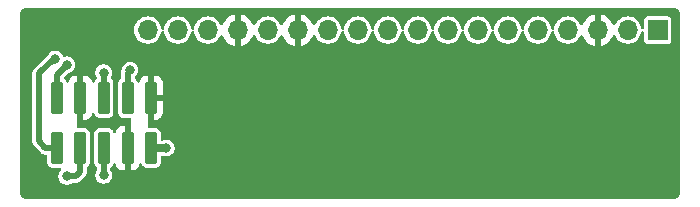
<source format=gtl>
%TF.GenerationSoftware,KiCad,Pcbnew,9.0.4-9.0.4-0~ubuntu24.04.1*%
%TF.CreationDate,2025-10-19T10:06:06-07:00*%
%TF.ProjectId,NX-ButtonInterface,4e582d42-7574-4746-9f6e-496e74657266,2*%
%TF.SameCoordinates,Original*%
%TF.FileFunction,Copper,L1,Top*%
%TF.FilePolarity,Positive*%
%FSLAX46Y46*%
G04 Gerber Fmt 4.6, Leading zero omitted, Abs format (unit mm)*
G04 Created by KiCad (PCBNEW 9.0.4-9.0.4-0~ubuntu24.04.1) date 2025-10-19 10:06:06*
%MOMM*%
%LPD*%
G01*
G04 APERTURE LIST*
G04 Aperture macros list*
%AMRoundRect*
0 Rectangle with rounded corners*
0 $1 Rounding radius*
0 $2 $3 $4 $5 $6 $7 $8 $9 X,Y pos of 4 corners*
0 Add a 4 corners polygon primitive as box body*
4,1,4,$2,$3,$4,$5,$6,$7,$8,$9,$2,$3,0*
0 Add four circle primitives for the rounded corners*
1,1,$1+$1,$2,$3*
1,1,$1+$1,$4,$5*
1,1,$1+$1,$6,$7*
1,1,$1+$1,$8,$9*
0 Add four rect primitives between the rounded corners*
20,1,$1+$1,$2,$3,$4,$5,0*
20,1,$1+$1,$4,$5,$6,$7,0*
20,1,$1+$1,$6,$7,$8,$9,0*
20,1,$1+$1,$8,$9,$2,$3,0*%
G04 Aperture macros list end*
%TA.AperFunction,ComponentPad*%
%ADD10R,1.700000X1.700000*%
%TD*%
%TA.AperFunction,ComponentPad*%
%ADD11O,1.700000X1.700000*%
%TD*%
%TA.AperFunction,SMDPad,CuDef*%
%ADD12RoundRect,0.150000X0.350000X1.225000X-0.350000X1.225000X-0.350000X-1.225000X0.350000X-1.225000X0*%
%TD*%
%TA.AperFunction,ViaPad*%
%ADD13C,0.800000*%
%TD*%
%TA.AperFunction,Conductor*%
%ADD14C,0.635000*%
%TD*%
%TA.AperFunction,Conductor*%
%ADD15C,0.508000*%
%TD*%
G04 APERTURE END LIST*
D10*
%TO.P,J1,1,Pin_1*%
%TO.N,/CAN_TX*%
X129921000Y-92964000D03*
D11*
%TO.P,J1,2,Pin_2*%
%TO.N,/CAN_RX*%
X127381000Y-92964000D03*
%TO.P,J1,3,Pin_3*%
%TO.N,/GND*%
X124841000Y-92964000D03*
%TO.P,J1,4,Pin_4*%
%TO.N,/3V3*%
X122301000Y-92964000D03*
%TO.P,J1,5,Pin_5*%
%TO.N,unconnected-(J1-Pin_5-Pad5)*%
X119761000Y-92964000D03*
%TO.P,J1,6,Pin_6*%
%TO.N,unconnected-(J1-Pin_6-Pad6)*%
X117221000Y-92964000D03*
%TO.P,J1,7,Pin_7*%
%TO.N,/NX_PC_LED-*%
X114681000Y-92964000D03*
%TO.P,J1,8,Pin_8*%
%TO.N,/NX_PC_LED+*%
X112141000Y-92964000D03*
%TO.P,J1,9,Pin_9*%
%TO.N,/UART2_RXD*%
X109601000Y-92964000D03*
%TO.P,J1,10,Pin_10*%
%TO.N,/UART2_TXD*%
X107061000Y-92964000D03*
%TO.P,J1,11,Pin_11*%
%TO.N,unconnected-(J1-Pin_11-Pad11)*%
X104521000Y-92964000D03*
%TO.P,J1,12,Pin_12*%
%TO.N,unconnected-(J1-Pin_12-Pad12)*%
X101981000Y-92964000D03*
%TO.P,J1,13,Pin_13*%
%TO.N,/GND*%
X99441000Y-92964000D03*
%TO.P,J1,14,Pin_14*%
%TO.N,/~{SYS_RESET}*%
X96901000Y-92964000D03*
%TO.P,J1,15,Pin_15*%
%TO.N,/GND*%
X94361000Y-92964000D03*
%TO.P,J1,16,Pin_16*%
%TO.N,/~{REC}*%
X91821000Y-92964000D03*
%TO.P,J1,17,Pin_17*%
%TO.N,unconnected-(J1-Pin_17-Pad17)*%
X89281000Y-92964000D03*
%TO.P,J1,18,Pin_18*%
%TO.N,unconnected-(J1-Pin_18-Pad18)*%
X86741000Y-92964000D03*
%TD*%
D12*
%TO.P,J2,1,Pin_1*%
%TO.N,/GND*%
X87032600Y-98691400D03*
%TO.P,J2,2,Pin_2*%
%TO.N,/3V3*%
X87032600Y-102941400D03*
%TO.P,J2,3,Pin_3*%
%TO.N,/UART2_TXD*%
X85032600Y-98691400D03*
%TO.P,J2,4,Pin_4*%
%TO.N,/GND*%
X85032600Y-102941400D03*
%TO.P,J2,5,Pin_5*%
%TO.N,/UART2_RXD*%
X83032600Y-98691400D03*
%TO.P,J2,6,Pin_6*%
%TO.N,/~{SYS_RESET}*%
X83032600Y-102941400D03*
%TO.P,J2,7,Pin_7*%
%TO.N,/GND*%
X81032600Y-98691400D03*
%TO.P,J2,8,Pin_8*%
%TO.N,/~{REC}*%
X81032600Y-102941400D03*
%TO.P,J2,9,Pin_9*%
%TO.N,/NX_PC_LED+*%
X79032600Y-98691400D03*
%TO.P,J2,10,Pin_10*%
%TO.N,/NX_PC_LED-*%
X79032600Y-102941400D03*
%TD*%
D13*
%TO.N,/3V3*%
X88315800Y-102946200D03*
%TO.N,/NX_PC_LED-*%
X78900654Y-95396197D03*
%TO.N,/NX_PC_LED+*%
X79889882Y-95888149D03*
%TO.N,/UART2_RXD*%
X83007200Y-96570800D03*
%TO.N,/UART2_TXD*%
X85242400Y-96342200D03*
%TO.N,/~{SYS_RESET}*%
X83007200Y-105257600D03*
%TO.N,/~{REC}*%
X79883000Y-105333800D03*
%TD*%
D14*
%TO.N,/3V3*%
X87032600Y-102941400D02*
X88311000Y-102941400D01*
X88311000Y-102941400D02*
X88315800Y-102946200D01*
D15*
%TO.N,/NX_PC_LED-*%
X77520800Y-102387400D02*
X77520800Y-96635837D01*
X78074800Y-102941400D02*
X77520800Y-102387400D01*
X79032600Y-102941400D02*
X78074800Y-102941400D01*
X77520800Y-96635837D02*
X78760440Y-95396197D01*
X78760440Y-95396197D02*
X78900654Y-95396197D01*
%TO.N,/NX_PC_LED+*%
X79889882Y-95888149D02*
X79032600Y-96745431D01*
X79032600Y-96745431D02*
X79032600Y-98691400D01*
%TO.N,/UART2_RXD*%
X83032600Y-96596200D02*
X83007200Y-96570800D01*
X83032600Y-98691400D02*
X83032600Y-96596200D01*
%TO.N,/UART2_TXD*%
X85242400Y-96342200D02*
X85242400Y-96379800D01*
X85032600Y-96589600D02*
X85032600Y-98691400D01*
X85242400Y-96379800D02*
X85032600Y-96589600D01*
%TO.N,/~{SYS_RESET}*%
X83007200Y-105257600D02*
X83007200Y-102966800D01*
X83007200Y-102966800D02*
X83032600Y-102941400D01*
%TO.N,/~{REC}*%
X81026000Y-104952800D02*
X81026000Y-102948000D01*
X80645000Y-105333800D02*
X81026000Y-104952800D01*
X81026000Y-102948000D02*
X81032600Y-102941400D01*
X79883000Y-105333800D02*
X80645000Y-105333800D01*
%TD*%
%TA.AperFunction,Conductor*%
%TO.N,/GND*%
G36*
X131197922Y-91060279D02*
G01*
X131318309Y-91073844D01*
X131345365Y-91080018D01*
X131453121Y-91117723D01*
X131478123Y-91129764D01*
X131574775Y-91190495D01*
X131596484Y-91207808D01*
X131677191Y-91288515D01*
X131694504Y-91310224D01*
X131755233Y-91406873D01*
X131767277Y-91431882D01*
X131804979Y-91539627D01*
X131811156Y-91566693D01*
X131824720Y-91687076D01*
X131825500Y-91700960D01*
X131825500Y-106626039D01*
X131824720Y-106639923D01*
X131811156Y-106760306D01*
X131804978Y-106787374D01*
X131767278Y-106895113D01*
X131755233Y-106920126D01*
X131694504Y-107016775D01*
X131677191Y-107038484D01*
X131596484Y-107119191D01*
X131574775Y-107136504D01*
X131478126Y-107197233D01*
X131453113Y-107209278D01*
X131345374Y-107246978D01*
X131318306Y-107253156D01*
X131233104Y-107262756D01*
X131197921Y-107266720D01*
X131184040Y-107267500D01*
X76537160Y-107267500D01*
X76523278Y-107266720D01*
X76476531Y-107261453D01*
X76402893Y-107253156D01*
X76375827Y-107246979D01*
X76268082Y-107209277D01*
X76243073Y-107197233D01*
X76146424Y-107136504D01*
X76124715Y-107119191D01*
X76044008Y-107038484D01*
X76026695Y-107016775D01*
X75965966Y-106920126D01*
X75953923Y-106895121D01*
X75916218Y-106787365D01*
X75910044Y-106760309D01*
X75896480Y-106639922D01*
X75895700Y-106626039D01*
X75895700Y-96562204D01*
X76961500Y-96562204D01*
X76961500Y-102461033D01*
X76999616Y-102603282D01*
X76999617Y-102603285D01*
X77070189Y-102725518D01*
X77073246Y-102730814D01*
X77073248Y-102730816D01*
X77073249Y-102730818D01*
X77731381Y-103388951D01*
X77775376Y-103414351D01*
X77858918Y-103462584D01*
X78001167Y-103500700D01*
X78103300Y-103500700D01*
X78170339Y-103520385D01*
X78216094Y-103573189D01*
X78227300Y-103624700D01*
X78227300Y-104221250D01*
X78230183Y-104252000D01*
X78230184Y-104252003D01*
X78275514Y-104381550D01*
X78275515Y-104381552D01*
X78357017Y-104491982D01*
X78467447Y-104573484D01*
X78467449Y-104573485D01*
X78596998Y-104618816D01*
X78603149Y-104619392D01*
X78627750Y-104621700D01*
X79298291Y-104621700D01*
X79365330Y-104641385D01*
X79411085Y-104694189D01*
X79421029Y-104763347D01*
X79392004Y-104826903D01*
X79385972Y-104833381D01*
X79335159Y-104884193D01*
X79335158Y-104884194D01*
X79257970Y-104999716D01*
X79204804Y-105128070D01*
X79204802Y-105128078D01*
X79177700Y-105264329D01*
X79177700Y-105403270D01*
X79204802Y-105539521D01*
X79204804Y-105539529D01*
X79257970Y-105667883D01*
X79335158Y-105783405D01*
X79433394Y-105881641D01*
X79433397Y-105881643D01*
X79548915Y-105958829D01*
X79677271Y-106011996D01*
X79813529Y-106039099D01*
X79813533Y-106039100D01*
X79813534Y-106039100D01*
X79952467Y-106039100D01*
X79952468Y-106039099D01*
X80088729Y-106011996D01*
X80217085Y-105958829D01*
X80284180Y-105913997D01*
X80350856Y-105893120D01*
X80353070Y-105893100D01*
X80718630Y-105893100D01*
X80718633Y-105893100D01*
X80860882Y-105854984D01*
X80988418Y-105781351D01*
X81092551Y-105677218D01*
X81092550Y-105677218D01*
X81473551Y-105296219D01*
X81510367Y-105232450D01*
X81547184Y-105168682D01*
X81585300Y-105026433D01*
X81585300Y-104645272D01*
X81604985Y-104578233D01*
X81635666Y-104545502D01*
X81708182Y-104491982D01*
X81756442Y-104426593D01*
X81789685Y-104381551D01*
X81835016Y-104252002D01*
X81837900Y-104221246D01*
X81837900Y-101661554D01*
X81837900Y-101661549D01*
X82227300Y-101661549D01*
X82227300Y-104221250D01*
X82230183Y-104252000D01*
X82230184Y-104252003D01*
X82275514Y-104381550D01*
X82275515Y-104381552D01*
X82357015Y-104491978D01*
X82357016Y-104491980D01*
X82357017Y-104491980D01*
X82357018Y-104491982D01*
X82397535Y-104521885D01*
X82400555Y-104525863D01*
X82405103Y-104527940D01*
X82421472Y-104553411D01*
X82439784Y-104577529D01*
X82440911Y-104583659D01*
X82442877Y-104586718D01*
X82447900Y-104621653D01*
X82447900Y-104787528D01*
X82428215Y-104854567D01*
X82427003Y-104856418D01*
X82382170Y-104923516D01*
X82329004Y-105051870D01*
X82329002Y-105051878D01*
X82301900Y-105188129D01*
X82301900Y-105327070D01*
X82329002Y-105463321D01*
X82329004Y-105463329D01*
X82382170Y-105591683D01*
X82459358Y-105707205D01*
X82557594Y-105805441D01*
X82557597Y-105805443D01*
X82673115Y-105882629D01*
X82801471Y-105935796D01*
X82937729Y-105962899D01*
X82937733Y-105962900D01*
X82937734Y-105962900D01*
X83076667Y-105962900D01*
X83076668Y-105962899D01*
X83212929Y-105935796D01*
X83341285Y-105882629D01*
X83456803Y-105805443D01*
X83555043Y-105707203D01*
X83632229Y-105591685D01*
X83685396Y-105463329D01*
X83712500Y-105327066D01*
X83712500Y-105188134D01*
X83685396Y-105051871D01*
X83632229Y-104923515D01*
X83587397Y-104856418D01*
X83581746Y-104838371D01*
X83571523Y-104822463D01*
X83567071Y-104791500D01*
X83566520Y-104789740D01*
X83566500Y-104787528D01*
X83566500Y-104659147D01*
X83586185Y-104592108D01*
X83616866Y-104559377D01*
X83662276Y-104525863D01*
X83708182Y-104491982D01*
X83789685Y-104381551D01*
X83813876Y-104312415D01*
X83854595Y-104255642D01*
X83919547Y-104229894D01*
X83988109Y-104243349D01*
X84038513Y-104291736D01*
X84049992Y-104318777D01*
X84081315Y-104426593D01*
X84081317Y-104426596D01*
X84164914Y-104567952D01*
X84164921Y-104567961D01*
X84281038Y-104684078D01*
X84281047Y-104684085D01*
X84422403Y-104767682D01*
X84422406Y-104767683D01*
X84580104Y-104813499D01*
X84580110Y-104813500D01*
X84616950Y-104816399D01*
X84616966Y-104816400D01*
X84782600Y-104816400D01*
X84782600Y-101066400D01*
X84616950Y-101066400D01*
X84580110Y-101069299D01*
X84580104Y-101069300D01*
X84422406Y-101115116D01*
X84422403Y-101115117D01*
X84281047Y-101198714D01*
X84281038Y-101198721D01*
X84164921Y-101314838D01*
X84164914Y-101314847D01*
X84081317Y-101456203D01*
X84081316Y-101456204D01*
X84049992Y-101564023D01*
X84012385Y-101622908D01*
X83948913Y-101652114D01*
X83879726Y-101642368D01*
X83826792Y-101596763D01*
X83813878Y-101570389D01*
X83789685Y-101501249D01*
X83756439Y-101456203D01*
X83708182Y-101390817D01*
X83597752Y-101309315D01*
X83597750Y-101309314D01*
X83468203Y-101263984D01*
X83468200Y-101263983D01*
X83437450Y-101261100D01*
X83437446Y-101261100D01*
X82627754Y-101261100D01*
X82627750Y-101261100D01*
X82596999Y-101263983D01*
X82596996Y-101263984D01*
X82467449Y-101309314D01*
X82467447Y-101309315D01*
X82357017Y-101390817D01*
X82275515Y-101501247D01*
X82275514Y-101501249D01*
X82230184Y-101630796D01*
X82230183Y-101630799D01*
X82227300Y-101661549D01*
X81837900Y-101661549D01*
X81835016Y-101630798D01*
X81789685Y-101501249D01*
X81775098Y-101481484D01*
X81708182Y-101390817D01*
X81597752Y-101309315D01*
X81597750Y-101309314D01*
X81468203Y-101263984D01*
X81468200Y-101263983D01*
X81437450Y-101261100D01*
X81437446Y-101261100D01*
X80846313Y-101261100D01*
X80779274Y-101241415D01*
X80733519Y-101188611D01*
X80723575Y-101119453D01*
X80731752Y-101089647D01*
X80740180Y-101069300D01*
X80754258Y-101035313D01*
X80763696Y-100987862D01*
X80783100Y-100890320D01*
X80783100Y-100742480D01*
X80766733Y-100660204D01*
X80772960Y-100590612D01*
X80782600Y-100575902D01*
X80782600Y-96816400D01*
X81282600Y-96816400D01*
X81282600Y-100566400D01*
X81448234Y-100566400D01*
X81448249Y-100566399D01*
X81485089Y-100563500D01*
X81485095Y-100563499D01*
X81642793Y-100517683D01*
X81642796Y-100517682D01*
X81784152Y-100434085D01*
X81784161Y-100434078D01*
X81900278Y-100317961D01*
X81900285Y-100317952D01*
X81983881Y-100176597D01*
X82015206Y-100068778D01*
X82052813Y-100009892D01*
X82116285Y-99980685D01*
X82185472Y-99990431D01*
X82238406Y-100036034D01*
X82251322Y-100062413D01*
X82275256Y-100130810D01*
X82275516Y-100131553D01*
X82357017Y-100241982D01*
X82467447Y-100323484D01*
X82467449Y-100323485D01*
X82596998Y-100368816D01*
X82603149Y-100369392D01*
X82627750Y-100371700D01*
X82627754Y-100371700D01*
X83437450Y-100371700D01*
X83457950Y-100369777D01*
X83468202Y-100368816D01*
X83597751Y-100323485D01*
X83708182Y-100241982D01*
X83789685Y-100131551D01*
X83835016Y-100002002D01*
X83836887Y-99982049D01*
X83837900Y-99971250D01*
X83837900Y-97411549D01*
X84227300Y-97411549D01*
X84227300Y-99971250D01*
X84230183Y-100002000D01*
X84230184Y-100002003D01*
X84275514Y-100131550D01*
X84275515Y-100131552D01*
X84357017Y-100241982D01*
X84467447Y-100323484D01*
X84467449Y-100323485D01*
X84596998Y-100368816D01*
X84603149Y-100369392D01*
X84627750Y-100371700D01*
X84627754Y-100371700D01*
X85218887Y-100371700D01*
X85285926Y-100391385D01*
X85331681Y-100444189D01*
X85341625Y-100513347D01*
X85333448Y-100543153D01*
X85310942Y-100597486D01*
X85310940Y-100597492D01*
X85282100Y-100742479D01*
X85282100Y-100742480D01*
X85282100Y-100742482D01*
X85282100Y-100890318D01*
X85282100Y-100890320D01*
X85282099Y-100890320D01*
X85298466Y-100972596D01*
X85292239Y-101042188D01*
X85282600Y-101056896D01*
X85282600Y-104816400D01*
X85448234Y-104816400D01*
X85448249Y-104816399D01*
X85485089Y-104813500D01*
X85485095Y-104813499D01*
X85642793Y-104767683D01*
X85642796Y-104767682D01*
X85784152Y-104684085D01*
X85784161Y-104684078D01*
X85900278Y-104567961D01*
X85900285Y-104567952D01*
X85983881Y-104426597D01*
X86015206Y-104318778D01*
X86052813Y-104259892D01*
X86116285Y-104230685D01*
X86185472Y-104240431D01*
X86238406Y-104286034D01*
X86251322Y-104312413D01*
X86251325Y-104312419D01*
X86275516Y-104381553D01*
X86357017Y-104491982D01*
X86467447Y-104573484D01*
X86467449Y-104573485D01*
X86596998Y-104618816D01*
X86603149Y-104619392D01*
X86627750Y-104621700D01*
X86627754Y-104621700D01*
X87437450Y-104621700D01*
X87457950Y-104619777D01*
X87468202Y-104618816D01*
X87597751Y-104573485D01*
X87708182Y-104491982D01*
X87789685Y-104381551D01*
X87835016Y-104252002D01*
X87837900Y-104221246D01*
X87837900Y-103697237D01*
X87857585Y-103630198D01*
X87910389Y-103584443D01*
X87979547Y-103574499D01*
X88009343Y-103582673D01*
X88110071Y-103624396D01*
X88246329Y-103651499D01*
X88246333Y-103651500D01*
X88246334Y-103651500D01*
X88385267Y-103651500D01*
X88385268Y-103651499D01*
X88521529Y-103624396D01*
X88649885Y-103571229D01*
X88765403Y-103494043D01*
X88863643Y-103395803D01*
X88940829Y-103280285D01*
X88993996Y-103151929D01*
X89021100Y-103015666D01*
X89021100Y-102876734D01*
X88993996Y-102740471D01*
X88940829Y-102612115D01*
X88863643Y-102496597D01*
X88863641Y-102496594D01*
X88765405Y-102398358D01*
X88707644Y-102359764D01*
X88649885Y-102321171D01*
X88620890Y-102309161D01*
X88521529Y-102268004D01*
X88521521Y-102268002D01*
X88385270Y-102240900D01*
X88385266Y-102240900D01*
X88246334Y-102240900D01*
X88246329Y-102240900D01*
X88110078Y-102268002D01*
X88110070Y-102268004D01*
X88010710Y-102309161D01*
X88002532Y-102310787D01*
X87998192Y-102313577D01*
X87963257Y-102318600D01*
X87961900Y-102318600D01*
X87894861Y-102298915D01*
X87849106Y-102246111D01*
X87837900Y-102194600D01*
X87837900Y-101661549D01*
X87835016Y-101630799D01*
X87835015Y-101630796D01*
X87832588Y-101623861D01*
X87789685Y-101501249D01*
X87775098Y-101481484D01*
X87708182Y-101390817D01*
X87597752Y-101309315D01*
X87597750Y-101309314D01*
X87468203Y-101263984D01*
X87468200Y-101263983D01*
X87437450Y-101261100D01*
X87437446Y-101261100D01*
X86846313Y-101261100D01*
X86779274Y-101241415D01*
X86733519Y-101188611D01*
X86723575Y-101119453D01*
X86731752Y-101089647D01*
X86740180Y-101069300D01*
X86754258Y-101035313D01*
X86763696Y-100987862D01*
X86783100Y-100890320D01*
X86783100Y-100742480D01*
X86766733Y-100660204D01*
X86772960Y-100590612D01*
X86782600Y-100575902D01*
X86782600Y-100566400D01*
X87282600Y-100566400D01*
X87448234Y-100566400D01*
X87448249Y-100566399D01*
X87485089Y-100563500D01*
X87485095Y-100563499D01*
X87642793Y-100517683D01*
X87642796Y-100517682D01*
X87784152Y-100434085D01*
X87784161Y-100434078D01*
X87900278Y-100317961D01*
X87900285Y-100317952D01*
X87983882Y-100176596D01*
X87983883Y-100176593D01*
X88029699Y-100018895D01*
X88029700Y-100018889D01*
X88032599Y-99982049D01*
X88032600Y-99982034D01*
X88032600Y-98941400D01*
X87282600Y-98941400D01*
X87282600Y-100566400D01*
X86782600Y-100566400D01*
X86782600Y-98441400D01*
X87282600Y-98441400D01*
X88032600Y-98441400D01*
X88032600Y-97400765D01*
X88032599Y-97400750D01*
X88029700Y-97363910D01*
X88029699Y-97363904D01*
X87983883Y-97206206D01*
X87983882Y-97206203D01*
X87900285Y-97064847D01*
X87900278Y-97064838D01*
X87784161Y-96948721D01*
X87784152Y-96948714D01*
X87642796Y-96865117D01*
X87642793Y-96865116D01*
X87485095Y-96819300D01*
X87485089Y-96819299D01*
X87448249Y-96816400D01*
X87282600Y-96816400D01*
X87282600Y-98441400D01*
X86782600Y-98441400D01*
X86782600Y-96816400D01*
X86616950Y-96816400D01*
X86580110Y-96819299D01*
X86580104Y-96819300D01*
X86422406Y-96865116D01*
X86422403Y-96865117D01*
X86281047Y-96948714D01*
X86281038Y-96948721D01*
X86164921Y-97064838D01*
X86164914Y-97064847D01*
X86081317Y-97206203D01*
X86081316Y-97206204D01*
X86049992Y-97314023D01*
X86012385Y-97372908D01*
X85948913Y-97402114D01*
X85879726Y-97392368D01*
X85826792Y-97346763D01*
X85813878Y-97320389D01*
X85789685Y-97251249D01*
X85771342Y-97226395D01*
X85708182Y-97140817D01*
X85664175Y-97108339D01*
X85621925Y-97052691D01*
X85616466Y-96983035D01*
X85649534Y-96921486D01*
X85668917Y-96905468D01*
X85692003Y-96890043D01*
X85790243Y-96791803D01*
X85867429Y-96676285D01*
X85920596Y-96547929D01*
X85947700Y-96411666D01*
X85947700Y-96272734D01*
X85920596Y-96136471D01*
X85867429Y-96008115D01*
X85790243Y-95892597D01*
X85790241Y-95892594D01*
X85692005Y-95794358D01*
X85634244Y-95755764D01*
X85576485Y-95717171D01*
X85448129Y-95664004D01*
X85448121Y-95664002D01*
X85311870Y-95636900D01*
X85311866Y-95636900D01*
X85172934Y-95636900D01*
X85172929Y-95636900D01*
X85036678Y-95664002D01*
X85036670Y-95664004D01*
X84908316Y-95717170D01*
X84792794Y-95794358D01*
X84694558Y-95892594D01*
X84617370Y-96008116D01*
X84564204Y-96136470D01*
X84564202Y-96136478D01*
X84537100Y-96272729D01*
X84537100Y-96296005D01*
X84520488Y-96358004D01*
X84511417Y-96373715D01*
X84511416Y-96373717D01*
X84511416Y-96373718D01*
X84473300Y-96515967D01*
X84473300Y-96515969D01*
X84473300Y-96992398D01*
X84453615Y-97059437D01*
X84422935Y-97092167D01*
X84357018Y-97140817D01*
X84275515Y-97251247D01*
X84275514Y-97251249D01*
X84230184Y-97380796D01*
X84230183Y-97380799D01*
X84227300Y-97411549D01*
X83837900Y-97411549D01*
X83835016Y-97380799D01*
X83835015Y-97380796D01*
X83829106Y-97363910D01*
X83789685Y-97251249D01*
X83771342Y-97226395D01*
X83708182Y-97140817D01*
X83646945Y-97095622D01*
X83604694Y-97039974D01*
X83599237Y-96970318D01*
X83617476Y-96926963D01*
X83632229Y-96904885D01*
X83685396Y-96776529D01*
X83712500Y-96640266D01*
X83712500Y-96501334D01*
X83685396Y-96365071D01*
X83632229Y-96236715D01*
X83555043Y-96121197D01*
X83555041Y-96121194D01*
X83456805Y-96022958D01*
X83359011Y-95957615D01*
X83341285Y-95945771D01*
X83212929Y-95892604D01*
X83212921Y-95892602D01*
X83076670Y-95865500D01*
X83076666Y-95865500D01*
X82937734Y-95865500D01*
X82937729Y-95865500D01*
X82801478Y-95892602D01*
X82801470Y-95892604D01*
X82673116Y-95945770D01*
X82557594Y-96022958D01*
X82459358Y-96121194D01*
X82382170Y-96236716D01*
X82329004Y-96365070D01*
X82329002Y-96365078D01*
X82301900Y-96501329D01*
X82301900Y-96640270D01*
X82326675Y-96764822D01*
X82329004Y-96776529D01*
X82382171Y-96904885D01*
X82396920Y-96926958D01*
X82413700Y-96952072D01*
X82434577Y-97018750D01*
X82416092Y-97086130D01*
X82384234Y-97120730D01*
X82357017Y-97140817D01*
X82275515Y-97251247D01*
X82275514Y-97251249D01*
X82251324Y-97320382D01*
X82210603Y-97377158D01*
X82145650Y-97402905D01*
X82077088Y-97389449D01*
X82026686Y-97341061D01*
X82015207Y-97314022D01*
X81983883Y-97206206D01*
X81983882Y-97206203D01*
X81900285Y-97064847D01*
X81900278Y-97064838D01*
X81784161Y-96948721D01*
X81784152Y-96948714D01*
X81642796Y-96865117D01*
X81642793Y-96865116D01*
X81485095Y-96819300D01*
X81485089Y-96819299D01*
X81448249Y-96816400D01*
X81282600Y-96816400D01*
X80782600Y-96816400D01*
X80616950Y-96816400D01*
X80580110Y-96819299D01*
X80580104Y-96819300D01*
X80422406Y-96865116D01*
X80422403Y-96865117D01*
X80281047Y-96948714D01*
X80281038Y-96948721D01*
X80164921Y-97064838D01*
X80164914Y-97064847D01*
X80081317Y-97206203D01*
X80081316Y-97206204D01*
X80049992Y-97314023D01*
X80012385Y-97372908D01*
X79948913Y-97402114D01*
X79879726Y-97392368D01*
X79826792Y-97346763D01*
X79813878Y-97320389D01*
X79789685Y-97251249D01*
X79708182Y-97140818D01*
X79705983Y-97139195D01*
X79663014Y-97107481D01*
X79620764Y-97051833D01*
X79615307Y-96982177D01*
X79648375Y-96920628D01*
X79648841Y-96920158D01*
X79952977Y-96616021D01*
X80014298Y-96582538D01*
X80016371Y-96582105D01*
X80095611Y-96566345D01*
X80223967Y-96513178D01*
X80339485Y-96435992D01*
X80437725Y-96337752D01*
X80514911Y-96222234D01*
X80568078Y-96093878D01*
X80595182Y-95957615D01*
X80595182Y-95818683D01*
X80568078Y-95682420D01*
X80514911Y-95554064D01*
X80437725Y-95438546D01*
X80437723Y-95438543D01*
X80339487Y-95340307D01*
X80281726Y-95301713D01*
X80223967Y-95263120D01*
X80095611Y-95209953D01*
X80095603Y-95209951D01*
X79959352Y-95182849D01*
X79959348Y-95182849D01*
X79820416Y-95182849D01*
X79791810Y-95188538D01*
X79694129Y-95207968D01*
X79624537Y-95201739D01*
X79569361Y-95158876D01*
X79555378Y-95133802D01*
X79525684Y-95062115D01*
X79525683Y-95062112D01*
X79448497Y-94946594D01*
X79448496Y-94946593D01*
X79448495Y-94946591D01*
X79350259Y-94848355D01*
X79292498Y-94809761D01*
X79234739Y-94771168D01*
X79106383Y-94718001D01*
X79106375Y-94717999D01*
X78970124Y-94690897D01*
X78970120Y-94690897D01*
X78831188Y-94690897D01*
X78831183Y-94690897D01*
X78694932Y-94717999D01*
X78694924Y-94718001D01*
X78566570Y-94771167D01*
X78451048Y-94848355D01*
X78352810Y-94946593D01*
X78275629Y-95062104D01*
X78275623Y-95062115D01*
X78265311Y-95087009D01*
X78238433Y-95127233D01*
X77177382Y-96188286D01*
X77073251Y-96292416D01*
X77073247Y-96292422D01*
X76999617Y-96419951D01*
X76999616Y-96419955D01*
X76961500Y-96562204D01*
X75895700Y-96562204D01*
X75895700Y-92873076D01*
X85585700Y-92873076D01*
X85585700Y-93054923D01*
X85614148Y-93234534D01*
X85614148Y-93234537D01*
X85670340Y-93407478D01*
X85670342Y-93407481D01*
X85752899Y-93569509D01*
X85859787Y-93716627D01*
X85988373Y-93845213D01*
X86135491Y-93952101D01*
X86297519Y-94034658D01*
X86297521Y-94034659D01*
X86407008Y-94070233D01*
X86470467Y-94090852D01*
X86650076Y-94119300D01*
X86650077Y-94119300D01*
X86831923Y-94119300D01*
X86831924Y-94119300D01*
X87011533Y-94090852D01*
X87011536Y-94090851D01*
X87011537Y-94090851D01*
X87184478Y-94034659D01*
X87184478Y-94034658D01*
X87184481Y-94034658D01*
X87346509Y-93952101D01*
X87493627Y-93845213D01*
X87622213Y-93716627D01*
X87729101Y-93569509D01*
X87811658Y-93407481D01*
X87867852Y-93234533D01*
X87888527Y-93103998D01*
X87918456Y-93040864D01*
X87977768Y-93003933D01*
X88047630Y-93004931D01*
X88105863Y-93043541D01*
X88133473Y-93103999D01*
X88154148Y-93234534D01*
X88154148Y-93234537D01*
X88210340Y-93407478D01*
X88210342Y-93407481D01*
X88292899Y-93569509D01*
X88399787Y-93716627D01*
X88528373Y-93845213D01*
X88675491Y-93952101D01*
X88837519Y-94034658D01*
X88837521Y-94034659D01*
X88947008Y-94070233D01*
X89010467Y-94090852D01*
X89190076Y-94119300D01*
X89190077Y-94119300D01*
X89371923Y-94119300D01*
X89371924Y-94119300D01*
X89551533Y-94090852D01*
X89551536Y-94090851D01*
X89551537Y-94090851D01*
X89724478Y-94034659D01*
X89724478Y-94034658D01*
X89724481Y-94034658D01*
X89886509Y-93952101D01*
X90033627Y-93845213D01*
X90162213Y-93716627D01*
X90269101Y-93569509D01*
X90351658Y-93407481D01*
X90407852Y-93234533D01*
X90428527Y-93103998D01*
X90458456Y-93040864D01*
X90517768Y-93003933D01*
X90587630Y-93004931D01*
X90645863Y-93043541D01*
X90673473Y-93103999D01*
X90694148Y-93234534D01*
X90694148Y-93234537D01*
X90750340Y-93407478D01*
X90750342Y-93407481D01*
X90832899Y-93569509D01*
X90939787Y-93716627D01*
X91068373Y-93845213D01*
X91215491Y-93952101D01*
X91377519Y-94034658D01*
X91377521Y-94034659D01*
X91487008Y-94070233D01*
X91550467Y-94090852D01*
X91730076Y-94119300D01*
X91730077Y-94119300D01*
X91911923Y-94119300D01*
X91911924Y-94119300D01*
X92091533Y-94090852D01*
X92091536Y-94090851D01*
X92091537Y-94090851D01*
X92264478Y-94034659D01*
X92264478Y-94034658D01*
X92264481Y-94034658D01*
X92426509Y-93952101D01*
X92573627Y-93845213D01*
X92702213Y-93716627D01*
X92809101Y-93569509D01*
X92874187Y-93441770D01*
X92922161Y-93390973D01*
X92989982Y-93374178D01*
X93056117Y-93396715D01*
X93099569Y-93451430D01*
X93102603Y-93459746D01*
X93109904Y-93482216D01*
X93206379Y-93671557D01*
X93331272Y-93843459D01*
X93331276Y-93843464D01*
X93481535Y-93993723D01*
X93481540Y-93993727D01*
X93653442Y-94118620D01*
X93842782Y-94215095D01*
X94044871Y-94280757D01*
X94111000Y-94291231D01*
X94111000Y-93397012D01*
X94168007Y-93429925D01*
X94295174Y-93464000D01*
X94426826Y-93464000D01*
X94553993Y-93429925D01*
X94611000Y-93397012D01*
X94611000Y-94291230D01*
X94677126Y-94280757D01*
X94677129Y-94280757D01*
X94879217Y-94215095D01*
X95068557Y-94118620D01*
X95240459Y-93993727D01*
X95240464Y-93993723D01*
X95390723Y-93843464D01*
X95390727Y-93843459D01*
X95515620Y-93671557D01*
X95612096Y-93482216D01*
X95619395Y-93459750D01*
X95658830Y-93402073D01*
X95723188Y-93374873D01*
X95792035Y-93386785D01*
X95843512Y-93434027D01*
X95847812Y-93441769D01*
X95868421Y-93482216D01*
X95912899Y-93569509D01*
X96019787Y-93716627D01*
X96148373Y-93845213D01*
X96295491Y-93952101D01*
X96457519Y-94034658D01*
X96457521Y-94034659D01*
X96567008Y-94070233D01*
X96630467Y-94090852D01*
X96810076Y-94119300D01*
X96810077Y-94119300D01*
X96991923Y-94119300D01*
X96991924Y-94119300D01*
X97171533Y-94090852D01*
X97171536Y-94090851D01*
X97171537Y-94090851D01*
X97344478Y-94034659D01*
X97344478Y-94034658D01*
X97344481Y-94034658D01*
X97506509Y-93952101D01*
X97653627Y-93845213D01*
X97782213Y-93716627D01*
X97889101Y-93569509D01*
X97954187Y-93441770D01*
X98002161Y-93390973D01*
X98069982Y-93374178D01*
X98136117Y-93396715D01*
X98179569Y-93451430D01*
X98182603Y-93459746D01*
X98189904Y-93482216D01*
X98286379Y-93671557D01*
X98411272Y-93843459D01*
X98411276Y-93843464D01*
X98561535Y-93993723D01*
X98561540Y-93993727D01*
X98733442Y-94118620D01*
X98922782Y-94215095D01*
X99124871Y-94280757D01*
X99191000Y-94291231D01*
X99191000Y-93397012D01*
X99248007Y-93429925D01*
X99375174Y-93464000D01*
X99506826Y-93464000D01*
X99633993Y-93429925D01*
X99691000Y-93397012D01*
X99691000Y-94291231D01*
X99757126Y-94280757D01*
X99757129Y-94280757D01*
X99959217Y-94215095D01*
X100148557Y-94118620D01*
X100320459Y-93993727D01*
X100320464Y-93993723D01*
X100470723Y-93843464D01*
X100470727Y-93843459D01*
X100595620Y-93671557D01*
X100692096Y-93482216D01*
X100699395Y-93459750D01*
X100738830Y-93402073D01*
X100803188Y-93374873D01*
X100872035Y-93386785D01*
X100923512Y-93434027D01*
X100927812Y-93441769D01*
X100948421Y-93482216D01*
X100992899Y-93569509D01*
X101099787Y-93716627D01*
X101228373Y-93845213D01*
X101375491Y-93952101D01*
X101537519Y-94034658D01*
X101537521Y-94034659D01*
X101647008Y-94070233D01*
X101710467Y-94090852D01*
X101890076Y-94119300D01*
X101890077Y-94119300D01*
X102071923Y-94119300D01*
X102071924Y-94119300D01*
X102251533Y-94090852D01*
X102251536Y-94090851D01*
X102251537Y-94090851D01*
X102424478Y-94034659D01*
X102424478Y-94034658D01*
X102424481Y-94034658D01*
X102586509Y-93952101D01*
X102733627Y-93845213D01*
X102862213Y-93716627D01*
X102969101Y-93569509D01*
X103051658Y-93407481D01*
X103107852Y-93234533D01*
X103128527Y-93103998D01*
X103158456Y-93040864D01*
X103217768Y-93003933D01*
X103287630Y-93004931D01*
X103345863Y-93043541D01*
X103373473Y-93103999D01*
X103394148Y-93234534D01*
X103394148Y-93234537D01*
X103450340Y-93407478D01*
X103450342Y-93407481D01*
X103532899Y-93569509D01*
X103639787Y-93716627D01*
X103768373Y-93845213D01*
X103915491Y-93952101D01*
X104077519Y-94034658D01*
X104077521Y-94034659D01*
X104187008Y-94070233D01*
X104250467Y-94090852D01*
X104430076Y-94119300D01*
X104430077Y-94119300D01*
X104611923Y-94119300D01*
X104611924Y-94119300D01*
X104791533Y-94090852D01*
X104791536Y-94090851D01*
X104791537Y-94090851D01*
X104964478Y-94034659D01*
X104964478Y-94034658D01*
X104964481Y-94034658D01*
X105126509Y-93952101D01*
X105273627Y-93845213D01*
X105402213Y-93716627D01*
X105509101Y-93569509D01*
X105591658Y-93407481D01*
X105647852Y-93234533D01*
X105668527Y-93103998D01*
X105698456Y-93040864D01*
X105757768Y-93003933D01*
X105827630Y-93004931D01*
X105885863Y-93043541D01*
X105913473Y-93103999D01*
X105934148Y-93234534D01*
X105934148Y-93234537D01*
X105990340Y-93407478D01*
X105990342Y-93407481D01*
X106072899Y-93569509D01*
X106179787Y-93716627D01*
X106308373Y-93845213D01*
X106455491Y-93952101D01*
X106617519Y-94034658D01*
X106617521Y-94034659D01*
X106727008Y-94070233D01*
X106790467Y-94090852D01*
X106970076Y-94119300D01*
X106970077Y-94119300D01*
X107151923Y-94119300D01*
X107151924Y-94119300D01*
X107331533Y-94090852D01*
X107331536Y-94090851D01*
X107331537Y-94090851D01*
X107504478Y-94034659D01*
X107504478Y-94034658D01*
X107504481Y-94034658D01*
X107666509Y-93952101D01*
X107813627Y-93845213D01*
X107942213Y-93716627D01*
X108049101Y-93569509D01*
X108131658Y-93407481D01*
X108187852Y-93234533D01*
X108208527Y-93103998D01*
X108238456Y-93040864D01*
X108297768Y-93003933D01*
X108367630Y-93004931D01*
X108425863Y-93043541D01*
X108453473Y-93103999D01*
X108474148Y-93234534D01*
X108474148Y-93234537D01*
X108530340Y-93407478D01*
X108530342Y-93407481D01*
X108612899Y-93569509D01*
X108719787Y-93716627D01*
X108848373Y-93845213D01*
X108995491Y-93952101D01*
X109157519Y-94034658D01*
X109157521Y-94034659D01*
X109267008Y-94070233D01*
X109330467Y-94090852D01*
X109510076Y-94119300D01*
X109510077Y-94119300D01*
X109691923Y-94119300D01*
X109691924Y-94119300D01*
X109871533Y-94090852D01*
X109871536Y-94090851D01*
X109871537Y-94090851D01*
X110044478Y-94034659D01*
X110044478Y-94034658D01*
X110044481Y-94034658D01*
X110206509Y-93952101D01*
X110353627Y-93845213D01*
X110482213Y-93716627D01*
X110589101Y-93569509D01*
X110671658Y-93407481D01*
X110727852Y-93234533D01*
X110748527Y-93103998D01*
X110778456Y-93040864D01*
X110837768Y-93003933D01*
X110907630Y-93004931D01*
X110965863Y-93043541D01*
X110993473Y-93103999D01*
X111014148Y-93234534D01*
X111014148Y-93234537D01*
X111070340Y-93407478D01*
X111070342Y-93407481D01*
X111152899Y-93569509D01*
X111259787Y-93716627D01*
X111388373Y-93845213D01*
X111535491Y-93952101D01*
X111697519Y-94034658D01*
X111697521Y-94034659D01*
X111807008Y-94070233D01*
X111870467Y-94090852D01*
X112050076Y-94119300D01*
X112050077Y-94119300D01*
X112231923Y-94119300D01*
X112231924Y-94119300D01*
X112411533Y-94090852D01*
X112411536Y-94090851D01*
X112411537Y-94090851D01*
X112584478Y-94034659D01*
X112584478Y-94034658D01*
X112584481Y-94034658D01*
X112746509Y-93952101D01*
X112893627Y-93845213D01*
X113022213Y-93716627D01*
X113129101Y-93569509D01*
X113211658Y-93407481D01*
X113267852Y-93234533D01*
X113288527Y-93103998D01*
X113318456Y-93040864D01*
X113377768Y-93003933D01*
X113447630Y-93004931D01*
X113505863Y-93043541D01*
X113533473Y-93103999D01*
X113554148Y-93234534D01*
X113554148Y-93234537D01*
X113610340Y-93407478D01*
X113610342Y-93407481D01*
X113692899Y-93569509D01*
X113799787Y-93716627D01*
X113928373Y-93845213D01*
X114075491Y-93952101D01*
X114237519Y-94034658D01*
X114237521Y-94034659D01*
X114347008Y-94070233D01*
X114410467Y-94090852D01*
X114590076Y-94119300D01*
X114590077Y-94119300D01*
X114771923Y-94119300D01*
X114771924Y-94119300D01*
X114951533Y-94090852D01*
X114951536Y-94090851D01*
X114951537Y-94090851D01*
X115124478Y-94034659D01*
X115124478Y-94034658D01*
X115124481Y-94034658D01*
X115286509Y-93952101D01*
X115433627Y-93845213D01*
X115562213Y-93716627D01*
X115669101Y-93569509D01*
X115751658Y-93407481D01*
X115807852Y-93234533D01*
X115828527Y-93103998D01*
X115858456Y-93040864D01*
X115917768Y-93003933D01*
X115987630Y-93004931D01*
X116045863Y-93043541D01*
X116073473Y-93103999D01*
X116094148Y-93234534D01*
X116094148Y-93234537D01*
X116150340Y-93407478D01*
X116150342Y-93407481D01*
X116232899Y-93569509D01*
X116339787Y-93716627D01*
X116468373Y-93845213D01*
X116615491Y-93952101D01*
X116777519Y-94034658D01*
X116777521Y-94034659D01*
X116887008Y-94070233D01*
X116950467Y-94090852D01*
X117130076Y-94119300D01*
X117130077Y-94119300D01*
X117311923Y-94119300D01*
X117311924Y-94119300D01*
X117491533Y-94090852D01*
X117491536Y-94090851D01*
X117491537Y-94090851D01*
X117664478Y-94034659D01*
X117664478Y-94034658D01*
X117664481Y-94034658D01*
X117826509Y-93952101D01*
X117973627Y-93845213D01*
X118102213Y-93716627D01*
X118209101Y-93569509D01*
X118291658Y-93407481D01*
X118347852Y-93234533D01*
X118368527Y-93103998D01*
X118398456Y-93040864D01*
X118457768Y-93003933D01*
X118527630Y-93004931D01*
X118585863Y-93043541D01*
X118613473Y-93103999D01*
X118634148Y-93234534D01*
X118634148Y-93234537D01*
X118690340Y-93407478D01*
X118690342Y-93407481D01*
X118772899Y-93569509D01*
X118879787Y-93716627D01*
X119008373Y-93845213D01*
X119155491Y-93952101D01*
X119317519Y-94034658D01*
X119317521Y-94034659D01*
X119427008Y-94070233D01*
X119490467Y-94090852D01*
X119670076Y-94119300D01*
X119670077Y-94119300D01*
X119851923Y-94119300D01*
X119851924Y-94119300D01*
X120031533Y-94090852D01*
X120031536Y-94090851D01*
X120031537Y-94090851D01*
X120204478Y-94034659D01*
X120204478Y-94034658D01*
X120204481Y-94034658D01*
X120366509Y-93952101D01*
X120513627Y-93845213D01*
X120642213Y-93716627D01*
X120749101Y-93569509D01*
X120831658Y-93407481D01*
X120887852Y-93234533D01*
X120908527Y-93103998D01*
X120938456Y-93040864D01*
X120997768Y-93003933D01*
X121067630Y-93004931D01*
X121125863Y-93043541D01*
X121153473Y-93103999D01*
X121174148Y-93234534D01*
X121174148Y-93234537D01*
X121230340Y-93407478D01*
X121230342Y-93407481D01*
X121312899Y-93569509D01*
X121419787Y-93716627D01*
X121548373Y-93845213D01*
X121695491Y-93952101D01*
X121857519Y-94034658D01*
X121857521Y-94034659D01*
X121967008Y-94070233D01*
X122030467Y-94090852D01*
X122210076Y-94119300D01*
X122210077Y-94119300D01*
X122391923Y-94119300D01*
X122391924Y-94119300D01*
X122571533Y-94090852D01*
X122571536Y-94090851D01*
X122571537Y-94090851D01*
X122744478Y-94034659D01*
X122744478Y-94034658D01*
X122744481Y-94034658D01*
X122906509Y-93952101D01*
X123053627Y-93845213D01*
X123182213Y-93716627D01*
X123289101Y-93569509D01*
X123354187Y-93441770D01*
X123402161Y-93390973D01*
X123469982Y-93374178D01*
X123536117Y-93396715D01*
X123579569Y-93451430D01*
X123582603Y-93459746D01*
X123589904Y-93482216D01*
X123686379Y-93671557D01*
X123811272Y-93843459D01*
X123811276Y-93843464D01*
X123961535Y-93993723D01*
X123961540Y-93993727D01*
X124133442Y-94118620D01*
X124322782Y-94215095D01*
X124524871Y-94280757D01*
X124591000Y-94291231D01*
X124591000Y-93397012D01*
X124648007Y-93429925D01*
X124775174Y-93464000D01*
X124906826Y-93464000D01*
X125033993Y-93429925D01*
X125091000Y-93397012D01*
X125091000Y-94291230D01*
X125157126Y-94280757D01*
X125157129Y-94280757D01*
X125359217Y-94215095D01*
X125548557Y-94118620D01*
X125720459Y-93993727D01*
X125720464Y-93993723D01*
X125870723Y-93843464D01*
X125870727Y-93843459D01*
X125995620Y-93671557D01*
X126092096Y-93482216D01*
X126099395Y-93459750D01*
X126138830Y-93402073D01*
X126203188Y-93374873D01*
X126272035Y-93386785D01*
X126323512Y-93434027D01*
X126327812Y-93441769D01*
X126348421Y-93482216D01*
X126392899Y-93569509D01*
X126499787Y-93716627D01*
X126628373Y-93845213D01*
X126775491Y-93952101D01*
X126937519Y-94034658D01*
X126937521Y-94034659D01*
X127047008Y-94070233D01*
X127110467Y-94090852D01*
X127290076Y-94119300D01*
X127290077Y-94119300D01*
X127471923Y-94119300D01*
X127471924Y-94119300D01*
X127651533Y-94090852D01*
X127651536Y-94090851D01*
X127651537Y-94090851D01*
X127824478Y-94034659D01*
X127824478Y-94034658D01*
X127824481Y-94034658D01*
X127986509Y-93952101D01*
X128133627Y-93845213D01*
X128262213Y-93716627D01*
X128369101Y-93569509D01*
X128451658Y-93407481D01*
X128507852Y-93234533D01*
X128519227Y-93162711D01*
X128549156Y-93099578D01*
X128608467Y-93062646D01*
X128678329Y-93063644D01*
X128736562Y-93102253D01*
X128764677Y-93166217D01*
X128765700Y-93182110D01*
X128765700Y-93859571D01*
X128765702Y-93859594D01*
X128768661Y-93885106D01*
X128768662Y-93885109D01*
X128814765Y-93989524D01*
X128814766Y-93989525D01*
X128895475Y-94070234D01*
X128999891Y-94116338D01*
X129025421Y-94119300D01*
X130816578Y-94119299D01*
X130842109Y-94116338D01*
X130946525Y-94070234D01*
X131027234Y-93989525D01*
X131073338Y-93885109D01*
X131076300Y-93859579D01*
X131076299Y-92068422D01*
X131073338Y-92042891D01*
X131027234Y-91938475D01*
X130946525Y-91857766D01*
X130899830Y-91837148D01*
X130842110Y-91811662D01*
X130816579Y-91808700D01*
X129025428Y-91808700D01*
X129025405Y-91808702D01*
X128999893Y-91811661D01*
X128999890Y-91811662D01*
X128895475Y-91857765D01*
X128814766Y-91938474D01*
X128768662Y-92042888D01*
X128768662Y-92042890D01*
X128765700Y-92068419D01*
X128765700Y-92745888D01*
X128746015Y-92812927D01*
X128693211Y-92858682D01*
X128624053Y-92868626D01*
X128560497Y-92839601D01*
X128522723Y-92780823D01*
X128519227Y-92765286D01*
X128507852Y-92693467D01*
X128507851Y-92693463D01*
X128507851Y-92693462D01*
X128451659Y-92520521D01*
X128451657Y-92520518D01*
X128434187Y-92486230D01*
X128369101Y-92358491D01*
X128262213Y-92211373D01*
X128133627Y-92082787D01*
X127986509Y-91975899D01*
X127824481Y-91893342D01*
X127824478Y-91893340D01*
X127651535Y-91837148D01*
X127531793Y-91818182D01*
X127471924Y-91808700D01*
X127290076Y-91808700D01*
X127230206Y-91818182D01*
X127110465Y-91837148D01*
X127110462Y-91837148D01*
X126937521Y-91893340D01*
X126937518Y-91893342D01*
X126775490Y-91975899D01*
X126691553Y-92036883D01*
X126628373Y-92082787D01*
X126628371Y-92082789D01*
X126628370Y-92082789D01*
X126499789Y-92211370D01*
X126499789Y-92211371D01*
X126499787Y-92211373D01*
X126467042Y-92256442D01*
X126392899Y-92358490D01*
X126327812Y-92486230D01*
X126279837Y-92537026D01*
X126212016Y-92553821D01*
X126145881Y-92531283D01*
X126102430Y-92476568D01*
X126099395Y-92468251D01*
X126092094Y-92445780D01*
X125995620Y-92256442D01*
X125870727Y-92084540D01*
X125870723Y-92084535D01*
X125720464Y-91934276D01*
X125720459Y-91934272D01*
X125548557Y-91809379D01*
X125359215Y-91712903D01*
X125157124Y-91647241D01*
X125091000Y-91636768D01*
X125091000Y-92530988D01*
X125033993Y-92498075D01*
X124906826Y-92464000D01*
X124775174Y-92464000D01*
X124648007Y-92498075D01*
X124591000Y-92530988D01*
X124591000Y-91636768D01*
X124590999Y-91636768D01*
X124524875Y-91647241D01*
X124322784Y-91712903D01*
X124133442Y-91809379D01*
X123961540Y-91934272D01*
X123961535Y-91934276D01*
X123811276Y-92084535D01*
X123811272Y-92084540D01*
X123686379Y-92256442D01*
X123589903Y-92445785D01*
X123582602Y-92468255D01*
X123543164Y-92525930D01*
X123478805Y-92553127D01*
X123409959Y-92541212D01*
X123358484Y-92493967D01*
X123354187Y-92486230D01*
X123289100Y-92358490D01*
X123182213Y-92211373D01*
X123053627Y-92082787D01*
X122906509Y-91975899D01*
X122744481Y-91893342D01*
X122744478Y-91893340D01*
X122571535Y-91837148D01*
X122451793Y-91818182D01*
X122391924Y-91808700D01*
X122210076Y-91808700D01*
X122150206Y-91818182D01*
X122030465Y-91837148D01*
X122030462Y-91837148D01*
X121857521Y-91893340D01*
X121857518Y-91893342D01*
X121695490Y-91975899D01*
X121611553Y-92036883D01*
X121548373Y-92082787D01*
X121548371Y-92082789D01*
X121548370Y-92082789D01*
X121419789Y-92211370D01*
X121419789Y-92211371D01*
X121419787Y-92211373D01*
X121387042Y-92256442D01*
X121312899Y-92358490D01*
X121230342Y-92520518D01*
X121230340Y-92520521D01*
X121174148Y-92693462D01*
X121174148Y-92693465D01*
X121153473Y-92824000D01*
X121123544Y-92887135D01*
X121064232Y-92924066D01*
X120994369Y-92923068D01*
X120936137Y-92884458D01*
X120908527Y-92824000D01*
X120896155Y-92745888D01*
X120887852Y-92693467D01*
X120887851Y-92693463D01*
X120887851Y-92693462D01*
X120831659Y-92520521D01*
X120831657Y-92520518D01*
X120814187Y-92486230D01*
X120749101Y-92358491D01*
X120642213Y-92211373D01*
X120513627Y-92082787D01*
X120366509Y-91975899D01*
X120204481Y-91893342D01*
X120204478Y-91893340D01*
X120031535Y-91837148D01*
X119911793Y-91818182D01*
X119851924Y-91808700D01*
X119670076Y-91808700D01*
X119610206Y-91818182D01*
X119490465Y-91837148D01*
X119490462Y-91837148D01*
X119317521Y-91893340D01*
X119317518Y-91893342D01*
X119155490Y-91975899D01*
X119071553Y-92036883D01*
X119008373Y-92082787D01*
X119008371Y-92082789D01*
X119008370Y-92082789D01*
X118879789Y-92211370D01*
X118879789Y-92211371D01*
X118879787Y-92211373D01*
X118847042Y-92256442D01*
X118772899Y-92358490D01*
X118690342Y-92520518D01*
X118690340Y-92520521D01*
X118634148Y-92693462D01*
X118634148Y-92693465D01*
X118613473Y-92824000D01*
X118583544Y-92887135D01*
X118524232Y-92924066D01*
X118454369Y-92923068D01*
X118396137Y-92884458D01*
X118368527Y-92824000D01*
X118356155Y-92745888D01*
X118347852Y-92693467D01*
X118347851Y-92693463D01*
X118347851Y-92693462D01*
X118291659Y-92520521D01*
X118291657Y-92520518D01*
X118274187Y-92486230D01*
X118209101Y-92358491D01*
X118102213Y-92211373D01*
X117973627Y-92082787D01*
X117826509Y-91975899D01*
X117664481Y-91893342D01*
X117664478Y-91893340D01*
X117491535Y-91837148D01*
X117371793Y-91818182D01*
X117311924Y-91808700D01*
X117130076Y-91808700D01*
X117070206Y-91818182D01*
X116950465Y-91837148D01*
X116950462Y-91837148D01*
X116777521Y-91893340D01*
X116777518Y-91893342D01*
X116615490Y-91975899D01*
X116531553Y-92036883D01*
X116468373Y-92082787D01*
X116468371Y-92082789D01*
X116468370Y-92082789D01*
X116339789Y-92211370D01*
X116339789Y-92211371D01*
X116339787Y-92211373D01*
X116307042Y-92256442D01*
X116232899Y-92358490D01*
X116150342Y-92520518D01*
X116150340Y-92520521D01*
X116094148Y-92693462D01*
X116094148Y-92693465D01*
X116073473Y-92824000D01*
X116043544Y-92887135D01*
X115984232Y-92924066D01*
X115914369Y-92923068D01*
X115856137Y-92884458D01*
X115828527Y-92824000D01*
X115816155Y-92745888D01*
X115807852Y-92693467D01*
X115807851Y-92693463D01*
X115807851Y-92693462D01*
X115751659Y-92520521D01*
X115751657Y-92520518D01*
X115734187Y-92486230D01*
X115669101Y-92358491D01*
X115562213Y-92211373D01*
X115433627Y-92082787D01*
X115286509Y-91975899D01*
X115124481Y-91893342D01*
X115124478Y-91893340D01*
X114951535Y-91837148D01*
X114831793Y-91818182D01*
X114771924Y-91808700D01*
X114590076Y-91808700D01*
X114530206Y-91818182D01*
X114410465Y-91837148D01*
X114410462Y-91837148D01*
X114237521Y-91893340D01*
X114237518Y-91893342D01*
X114075490Y-91975899D01*
X113991553Y-92036883D01*
X113928373Y-92082787D01*
X113928371Y-92082789D01*
X113928370Y-92082789D01*
X113799789Y-92211370D01*
X113799789Y-92211371D01*
X113799787Y-92211373D01*
X113767042Y-92256442D01*
X113692899Y-92358490D01*
X113610342Y-92520518D01*
X113610340Y-92520521D01*
X113554148Y-92693462D01*
X113554148Y-92693465D01*
X113533473Y-92824000D01*
X113503544Y-92887135D01*
X113444232Y-92924066D01*
X113374369Y-92923068D01*
X113316137Y-92884458D01*
X113288527Y-92824000D01*
X113276155Y-92745888D01*
X113267852Y-92693467D01*
X113267851Y-92693463D01*
X113267851Y-92693462D01*
X113211659Y-92520521D01*
X113211657Y-92520518D01*
X113194187Y-92486230D01*
X113129101Y-92358491D01*
X113022213Y-92211373D01*
X112893627Y-92082787D01*
X112746509Y-91975899D01*
X112584481Y-91893342D01*
X112584478Y-91893340D01*
X112411535Y-91837148D01*
X112291793Y-91818182D01*
X112231924Y-91808700D01*
X112050076Y-91808700D01*
X111990206Y-91818182D01*
X111870465Y-91837148D01*
X111870462Y-91837148D01*
X111697521Y-91893340D01*
X111697518Y-91893342D01*
X111535490Y-91975899D01*
X111451553Y-92036883D01*
X111388373Y-92082787D01*
X111388371Y-92082789D01*
X111388370Y-92082789D01*
X111259789Y-92211370D01*
X111259789Y-92211371D01*
X111259787Y-92211373D01*
X111227042Y-92256442D01*
X111152899Y-92358490D01*
X111070342Y-92520518D01*
X111070340Y-92520521D01*
X111014148Y-92693462D01*
X111014148Y-92693465D01*
X110993473Y-92824000D01*
X110963544Y-92887135D01*
X110904232Y-92924066D01*
X110834369Y-92923068D01*
X110776137Y-92884458D01*
X110748527Y-92824000D01*
X110736155Y-92745888D01*
X110727852Y-92693467D01*
X110727851Y-92693463D01*
X110727851Y-92693462D01*
X110671659Y-92520521D01*
X110671657Y-92520518D01*
X110654187Y-92486230D01*
X110589101Y-92358491D01*
X110482213Y-92211373D01*
X110353627Y-92082787D01*
X110206509Y-91975899D01*
X110044481Y-91893342D01*
X110044478Y-91893340D01*
X109871535Y-91837148D01*
X109751793Y-91818182D01*
X109691924Y-91808700D01*
X109510076Y-91808700D01*
X109450206Y-91818182D01*
X109330465Y-91837148D01*
X109330462Y-91837148D01*
X109157521Y-91893340D01*
X109157518Y-91893342D01*
X108995490Y-91975899D01*
X108911553Y-92036883D01*
X108848373Y-92082787D01*
X108848371Y-92082789D01*
X108848370Y-92082789D01*
X108719789Y-92211370D01*
X108719789Y-92211371D01*
X108719787Y-92211373D01*
X108687042Y-92256442D01*
X108612899Y-92358490D01*
X108530342Y-92520518D01*
X108530340Y-92520521D01*
X108474148Y-92693462D01*
X108474148Y-92693465D01*
X108453473Y-92824000D01*
X108423544Y-92887135D01*
X108364232Y-92924066D01*
X108294369Y-92923068D01*
X108236137Y-92884458D01*
X108208527Y-92824000D01*
X108196155Y-92745888D01*
X108187852Y-92693467D01*
X108187851Y-92693463D01*
X108187851Y-92693462D01*
X108131659Y-92520521D01*
X108131657Y-92520518D01*
X108114187Y-92486230D01*
X108049101Y-92358491D01*
X107942213Y-92211373D01*
X107813627Y-92082787D01*
X107666509Y-91975899D01*
X107504481Y-91893342D01*
X107504478Y-91893340D01*
X107331535Y-91837148D01*
X107211793Y-91818182D01*
X107151924Y-91808700D01*
X106970076Y-91808700D01*
X106910206Y-91818182D01*
X106790465Y-91837148D01*
X106790462Y-91837148D01*
X106617521Y-91893340D01*
X106617518Y-91893342D01*
X106455490Y-91975899D01*
X106371553Y-92036883D01*
X106308373Y-92082787D01*
X106308371Y-92082789D01*
X106308370Y-92082789D01*
X106179789Y-92211370D01*
X106179789Y-92211371D01*
X106179787Y-92211373D01*
X106147042Y-92256442D01*
X106072899Y-92358490D01*
X105990342Y-92520518D01*
X105990340Y-92520521D01*
X105934148Y-92693462D01*
X105934148Y-92693465D01*
X105913473Y-92824000D01*
X105883544Y-92887135D01*
X105824232Y-92924066D01*
X105754369Y-92923068D01*
X105696137Y-92884458D01*
X105668527Y-92824000D01*
X105656155Y-92745888D01*
X105647852Y-92693467D01*
X105647851Y-92693463D01*
X105647851Y-92693462D01*
X105591659Y-92520521D01*
X105591657Y-92520518D01*
X105574187Y-92486230D01*
X105509101Y-92358491D01*
X105402213Y-92211373D01*
X105273627Y-92082787D01*
X105126509Y-91975899D01*
X104964481Y-91893342D01*
X104964478Y-91893340D01*
X104791535Y-91837148D01*
X104671793Y-91818182D01*
X104611924Y-91808700D01*
X104430076Y-91808700D01*
X104370206Y-91818182D01*
X104250465Y-91837148D01*
X104250462Y-91837148D01*
X104077521Y-91893340D01*
X104077518Y-91893342D01*
X103915490Y-91975899D01*
X103831553Y-92036883D01*
X103768373Y-92082787D01*
X103768371Y-92082789D01*
X103768370Y-92082789D01*
X103639789Y-92211370D01*
X103639789Y-92211371D01*
X103639787Y-92211373D01*
X103607042Y-92256442D01*
X103532899Y-92358490D01*
X103450342Y-92520518D01*
X103450340Y-92520521D01*
X103394148Y-92693462D01*
X103394148Y-92693465D01*
X103373473Y-92824000D01*
X103343544Y-92887135D01*
X103284232Y-92924066D01*
X103214369Y-92923068D01*
X103156137Y-92884458D01*
X103128527Y-92824000D01*
X103116155Y-92745888D01*
X103107852Y-92693467D01*
X103107851Y-92693463D01*
X103107851Y-92693462D01*
X103051659Y-92520521D01*
X103051657Y-92520518D01*
X103034187Y-92486230D01*
X102969101Y-92358491D01*
X102862213Y-92211373D01*
X102733627Y-92082787D01*
X102586509Y-91975899D01*
X102424481Y-91893342D01*
X102424478Y-91893340D01*
X102251535Y-91837148D01*
X102131793Y-91818182D01*
X102071924Y-91808700D01*
X101890076Y-91808700D01*
X101830206Y-91818182D01*
X101710465Y-91837148D01*
X101710462Y-91837148D01*
X101537521Y-91893340D01*
X101537518Y-91893342D01*
X101375490Y-91975899D01*
X101291553Y-92036883D01*
X101228373Y-92082787D01*
X101228371Y-92082789D01*
X101228370Y-92082789D01*
X101099789Y-92211370D01*
X101099789Y-92211371D01*
X101099787Y-92211373D01*
X101067042Y-92256442D01*
X100992899Y-92358490D01*
X100927812Y-92486230D01*
X100879837Y-92537026D01*
X100812016Y-92553821D01*
X100745881Y-92531283D01*
X100702430Y-92476568D01*
X100699395Y-92468251D01*
X100692094Y-92445780D01*
X100595620Y-92256442D01*
X100470727Y-92084540D01*
X100470723Y-92084535D01*
X100320464Y-91934276D01*
X100320459Y-91934272D01*
X100148557Y-91809379D01*
X99959215Y-91712903D01*
X99757124Y-91647241D01*
X99691000Y-91636768D01*
X99691000Y-92530988D01*
X99633993Y-92498075D01*
X99506826Y-92464000D01*
X99375174Y-92464000D01*
X99248007Y-92498075D01*
X99191000Y-92530988D01*
X99191000Y-91636768D01*
X99190999Y-91636768D01*
X99124875Y-91647241D01*
X98922784Y-91712903D01*
X98733442Y-91809379D01*
X98561540Y-91934272D01*
X98561535Y-91934276D01*
X98411276Y-92084535D01*
X98411272Y-92084540D01*
X98286379Y-92256442D01*
X98189903Y-92445785D01*
X98182602Y-92468255D01*
X98143164Y-92525930D01*
X98078805Y-92553127D01*
X98009959Y-92541212D01*
X97958484Y-92493967D01*
X97954187Y-92486230D01*
X97889100Y-92358490D01*
X97782213Y-92211373D01*
X97653627Y-92082787D01*
X97506509Y-91975899D01*
X97344481Y-91893342D01*
X97344478Y-91893340D01*
X97171535Y-91837148D01*
X97051793Y-91818182D01*
X96991924Y-91808700D01*
X96810076Y-91808700D01*
X96750206Y-91818182D01*
X96630465Y-91837148D01*
X96630462Y-91837148D01*
X96457521Y-91893340D01*
X96457518Y-91893342D01*
X96295490Y-91975899D01*
X96211553Y-92036883D01*
X96148373Y-92082787D01*
X96148371Y-92082789D01*
X96148370Y-92082789D01*
X96019789Y-92211370D01*
X96019789Y-92211371D01*
X96019787Y-92211373D01*
X95987042Y-92256442D01*
X95912899Y-92358490D01*
X95847812Y-92486230D01*
X95799837Y-92537026D01*
X95732016Y-92553821D01*
X95665881Y-92531283D01*
X95622430Y-92476568D01*
X95619395Y-92468251D01*
X95612094Y-92445780D01*
X95515620Y-92256442D01*
X95390727Y-92084540D01*
X95390723Y-92084535D01*
X95240464Y-91934276D01*
X95240459Y-91934272D01*
X95068557Y-91809379D01*
X94879215Y-91712903D01*
X94677124Y-91647241D01*
X94611000Y-91636768D01*
X94611000Y-92530988D01*
X94553993Y-92498075D01*
X94426826Y-92464000D01*
X94295174Y-92464000D01*
X94168007Y-92498075D01*
X94111000Y-92530988D01*
X94111000Y-91636768D01*
X94110999Y-91636768D01*
X94044875Y-91647241D01*
X93842784Y-91712903D01*
X93653442Y-91809379D01*
X93481540Y-91934272D01*
X93481535Y-91934276D01*
X93331276Y-92084535D01*
X93331272Y-92084540D01*
X93206379Y-92256442D01*
X93109903Y-92445785D01*
X93102602Y-92468255D01*
X93063164Y-92525930D01*
X92998805Y-92553127D01*
X92929959Y-92541212D01*
X92878484Y-92493967D01*
X92874187Y-92486230D01*
X92809100Y-92358490D01*
X92702213Y-92211373D01*
X92573627Y-92082787D01*
X92426509Y-91975899D01*
X92264481Y-91893342D01*
X92264478Y-91893340D01*
X92091535Y-91837148D01*
X91971793Y-91818182D01*
X91911924Y-91808700D01*
X91730076Y-91808700D01*
X91670206Y-91818182D01*
X91550465Y-91837148D01*
X91550462Y-91837148D01*
X91377521Y-91893340D01*
X91377518Y-91893342D01*
X91215490Y-91975899D01*
X91131553Y-92036883D01*
X91068373Y-92082787D01*
X91068371Y-92082789D01*
X91068370Y-92082789D01*
X90939789Y-92211370D01*
X90939789Y-92211371D01*
X90939787Y-92211373D01*
X90907042Y-92256442D01*
X90832899Y-92358490D01*
X90750342Y-92520518D01*
X90750340Y-92520521D01*
X90694148Y-92693462D01*
X90694148Y-92693465D01*
X90673473Y-92824000D01*
X90643544Y-92887135D01*
X90584232Y-92924066D01*
X90514369Y-92923068D01*
X90456137Y-92884458D01*
X90428527Y-92824000D01*
X90416155Y-92745888D01*
X90407852Y-92693467D01*
X90407851Y-92693463D01*
X90407851Y-92693462D01*
X90351659Y-92520521D01*
X90351657Y-92520518D01*
X90334187Y-92486230D01*
X90269101Y-92358491D01*
X90162213Y-92211373D01*
X90033627Y-92082787D01*
X89886509Y-91975899D01*
X89724481Y-91893342D01*
X89724478Y-91893340D01*
X89551535Y-91837148D01*
X89431793Y-91818182D01*
X89371924Y-91808700D01*
X89190076Y-91808700D01*
X89130206Y-91818182D01*
X89010465Y-91837148D01*
X89010462Y-91837148D01*
X88837521Y-91893340D01*
X88837518Y-91893342D01*
X88675490Y-91975899D01*
X88591553Y-92036883D01*
X88528373Y-92082787D01*
X88528371Y-92082789D01*
X88528370Y-92082789D01*
X88399789Y-92211370D01*
X88399789Y-92211371D01*
X88399787Y-92211373D01*
X88367042Y-92256442D01*
X88292899Y-92358490D01*
X88210342Y-92520518D01*
X88210340Y-92520521D01*
X88154148Y-92693462D01*
X88154148Y-92693465D01*
X88133473Y-92824000D01*
X88103544Y-92887135D01*
X88044232Y-92924066D01*
X87974369Y-92923068D01*
X87916137Y-92884458D01*
X87888527Y-92824000D01*
X87876155Y-92745888D01*
X87867852Y-92693467D01*
X87867851Y-92693463D01*
X87867851Y-92693462D01*
X87811659Y-92520521D01*
X87811657Y-92520518D01*
X87794187Y-92486230D01*
X87729101Y-92358491D01*
X87622213Y-92211373D01*
X87493627Y-92082787D01*
X87346509Y-91975899D01*
X87184481Y-91893342D01*
X87184478Y-91893340D01*
X87011535Y-91837148D01*
X86891793Y-91818182D01*
X86831924Y-91808700D01*
X86650076Y-91808700D01*
X86590206Y-91818182D01*
X86470465Y-91837148D01*
X86470462Y-91837148D01*
X86297521Y-91893340D01*
X86297518Y-91893342D01*
X86135490Y-91975899D01*
X86051553Y-92036883D01*
X85988373Y-92082787D01*
X85988371Y-92082789D01*
X85988370Y-92082789D01*
X85859789Y-92211370D01*
X85859789Y-92211371D01*
X85859787Y-92211373D01*
X85827042Y-92256442D01*
X85752899Y-92358490D01*
X85670342Y-92520518D01*
X85670340Y-92520521D01*
X85614148Y-92693462D01*
X85614148Y-92693465D01*
X85585700Y-92873076D01*
X75895700Y-92873076D01*
X75895700Y-91700960D01*
X75896480Y-91687077D01*
X75902752Y-91631409D01*
X75910044Y-91566686D01*
X75916217Y-91539635D01*
X75953925Y-91431875D01*
X75965962Y-91406880D01*
X76026699Y-91310218D01*
X76044004Y-91288519D01*
X76124719Y-91207804D01*
X76146418Y-91190499D01*
X76243080Y-91129762D01*
X76268075Y-91117725D01*
X76375835Y-91080017D01*
X76402888Y-91073844D01*
X76523277Y-91060279D01*
X76537160Y-91059500D01*
X76601804Y-91059500D01*
X131119396Y-91059500D01*
X131184040Y-91059500D01*
X131197922Y-91060279D01*
G37*
%TD.AperFunction*%
%TD*%
M02*

</source>
